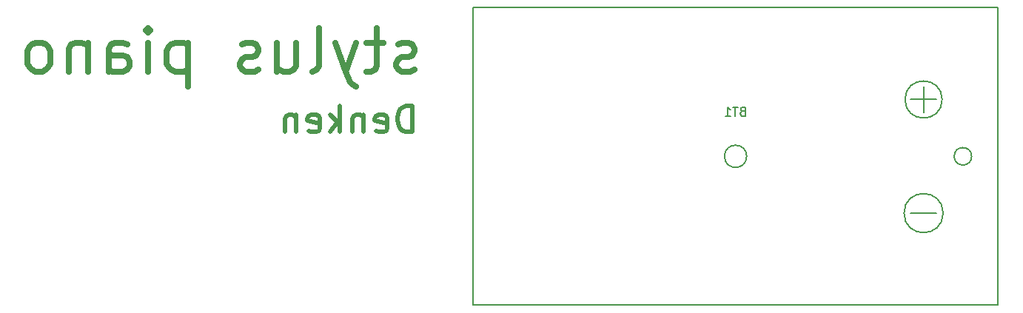
<source format=gbo>
G04 #@! TF.FileFunction,Legend,Bot*
%FSLAX46Y46*%
G04 Gerber Fmt 4.6, Leading zero omitted, Abs format (unit mm)*
G04 Created by KiCad (PCBNEW 4.0.1-stable) date 2016/10/28 19:38:33*
%MOMM*%
G01*
G04 APERTURE LIST*
%ADD10C,0.100000*%
%ADD11C,0.500000*%
%ADD12C,0.700000*%
%ADD13C,0.150000*%
G04 APERTURE END LIST*
D10*
D11*
X119785714Y-98357143D02*
X119785714Y-95357143D01*
X119071429Y-95357143D01*
X118642857Y-95500000D01*
X118357143Y-95785714D01*
X118214286Y-96071429D01*
X118071429Y-96642857D01*
X118071429Y-97071429D01*
X118214286Y-97642857D01*
X118357143Y-97928571D01*
X118642857Y-98214286D01*
X119071429Y-98357143D01*
X119785714Y-98357143D01*
X115642857Y-98214286D02*
X115928571Y-98357143D01*
X116500000Y-98357143D01*
X116785714Y-98214286D01*
X116928571Y-97928571D01*
X116928571Y-96785714D01*
X116785714Y-96500000D01*
X116500000Y-96357143D01*
X115928571Y-96357143D01*
X115642857Y-96500000D01*
X115500000Y-96785714D01*
X115500000Y-97071429D01*
X116928571Y-97357143D01*
X114214285Y-96357143D02*
X114214285Y-98357143D01*
X114214285Y-96642857D02*
X114071428Y-96500000D01*
X113785714Y-96357143D01*
X113357142Y-96357143D01*
X113071428Y-96500000D01*
X112928571Y-96785714D01*
X112928571Y-98357143D01*
X111499999Y-98357143D02*
X111499999Y-95357143D01*
X111214285Y-97214286D02*
X110357142Y-98357143D01*
X110357142Y-96357143D02*
X111499999Y-97500000D01*
X107928571Y-98214286D02*
X108214285Y-98357143D01*
X108785714Y-98357143D01*
X109071428Y-98214286D01*
X109214285Y-97928571D01*
X109214285Y-96785714D01*
X109071428Y-96500000D01*
X108785714Y-96357143D01*
X108214285Y-96357143D01*
X107928571Y-96500000D01*
X107785714Y-96785714D01*
X107785714Y-97071429D01*
X109214285Y-97357143D01*
X106499999Y-96357143D02*
X106499999Y-98357143D01*
X106499999Y-96642857D02*
X106357142Y-96500000D01*
X106071428Y-96357143D01*
X105642856Y-96357143D01*
X105357142Y-96500000D01*
X105214285Y-96785714D01*
X105214285Y-98357143D01*
D12*
X120042858Y-91223810D02*
X119566668Y-91461905D01*
X118614287Y-91461905D01*
X118138096Y-91223810D01*
X117900001Y-90747619D01*
X117900001Y-90509524D01*
X118138096Y-90033333D01*
X118614287Y-89795238D01*
X119328572Y-89795238D01*
X119804763Y-89557143D01*
X120042858Y-89080952D01*
X120042858Y-88842857D01*
X119804763Y-88366667D01*
X119328572Y-88128571D01*
X118614287Y-88128571D01*
X118138096Y-88366667D01*
X116471430Y-88128571D02*
X114566668Y-88128571D01*
X115757144Y-86461905D02*
X115757144Y-90747619D01*
X115519049Y-91223810D01*
X115042858Y-91461905D01*
X114566668Y-91461905D01*
X113376191Y-88128571D02*
X112185715Y-91461905D01*
X110995239Y-88128571D02*
X112185715Y-91461905D01*
X112661906Y-92652381D01*
X112900001Y-92890476D01*
X113376191Y-93128571D01*
X108376191Y-91461905D02*
X108852382Y-91223810D01*
X109090477Y-90747619D01*
X109090477Y-86461905D01*
X104328572Y-88128571D02*
X104328572Y-91461905D01*
X106471429Y-88128571D02*
X106471429Y-90747619D01*
X106233334Y-91223810D01*
X105757143Y-91461905D01*
X105042857Y-91461905D01*
X104566667Y-91223810D01*
X104328572Y-90985714D01*
X102185714Y-91223810D02*
X101709524Y-91461905D01*
X100757143Y-91461905D01*
X100280952Y-91223810D01*
X100042857Y-90747619D01*
X100042857Y-90509524D01*
X100280952Y-90033333D01*
X100757143Y-89795238D01*
X101471428Y-89795238D01*
X101947619Y-89557143D01*
X102185714Y-89080952D01*
X102185714Y-88842857D01*
X101947619Y-88366667D01*
X101471428Y-88128571D01*
X100757143Y-88128571D01*
X100280952Y-88366667D01*
X94090476Y-88128571D02*
X94090476Y-93128571D01*
X94090476Y-88366667D02*
X93614285Y-88128571D01*
X92661904Y-88128571D01*
X92185714Y-88366667D01*
X91947619Y-88604762D01*
X91709523Y-89080952D01*
X91709523Y-90509524D01*
X91947619Y-90985714D01*
X92185714Y-91223810D01*
X92661904Y-91461905D01*
X93614285Y-91461905D01*
X94090476Y-91223810D01*
X89566666Y-91461905D02*
X89566666Y-88128571D01*
X89566666Y-86461905D02*
X89804761Y-86700000D01*
X89566666Y-86938095D01*
X89328571Y-86700000D01*
X89566666Y-86461905D01*
X89566666Y-86938095D01*
X85042857Y-91461905D02*
X85042857Y-88842857D01*
X85280952Y-88366667D01*
X85757142Y-88128571D01*
X86709523Y-88128571D01*
X87185714Y-88366667D01*
X85042857Y-91223810D02*
X85519047Y-91461905D01*
X86709523Y-91461905D01*
X87185714Y-91223810D01*
X87423809Y-90747619D01*
X87423809Y-90271429D01*
X87185714Y-89795238D01*
X86709523Y-89557143D01*
X85519047Y-89557143D01*
X85042857Y-89319048D01*
X82661904Y-88128571D02*
X82661904Y-91461905D01*
X82661904Y-88604762D02*
X82423809Y-88366667D01*
X81947618Y-88128571D01*
X81233332Y-88128571D01*
X80757142Y-88366667D01*
X80519047Y-88842857D01*
X80519047Y-91461905D01*
X77423808Y-91461905D02*
X77899999Y-91223810D01*
X78138094Y-90985714D01*
X78376189Y-90509524D01*
X78376189Y-89080952D01*
X78138094Y-88604762D01*
X77899999Y-88366667D01*
X77423808Y-88128571D01*
X76709522Y-88128571D01*
X76233332Y-88366667D01*
X75995237Y-88604762D01*
X75757141Y-89080952D01*
X75757141Y-90509524D01*
X75995237Y-90985714D01*
X76233332Y-91223810D01*
X76709522Y-91461905D01*
X77423808Y-91461905D01*
D13*
X186755000Y-101130000D02*
X186755000Y-118130000D01*
X186755000Y-118130000D02*
X126755000Y-118130000D01*
X126755000Y-118130000D02*
X126755000Y-84130000D01*
X126755000Y-84130000D02*
X186755000Y-84130000D01*
X186755000Y-84130000D02*
X186755000Y-101130000D01*
X180376320Y-94630000D02*
G75*
G03X180376320Y-94630000I-2121320J0D01*
G01*
X180491068Y-107630000D02*
G75*
G03X180491068Y-107630000I-2236068J0D01*
G01*
X178255000Y-96130000D02*
X178255000Y-93130000D01*
X176755000Y-94630000D02*
X179755000Y-94630000D01*
X176755000Y-107630000D02*
X179755000Y-107630000D01*
X183755000Y-101130000D02*
G75*
G03X183755000Y-101130000I-1000000J0D01*
G01*
X158025000Y-101130000D02*
G75*
G03X158025000Y-101130000I-1270000J0D01*
G01*
X157540714Y-95978571D02*
X157397857Y-96026190D01*
X157350238Y-96073810D01*
X157302619Y-96169048D01*
X157302619Y-96311905D01*
X157350238Y-96407143D01*
X157397857Y-96454762D01*
X157493095Y-96502381D01*
X157874048Y-96502381D01*
X157874048Y-95502381D01*
X157540714Y-95502381D01*
X157445476Y-95550000D01*
X157397857Y-95597619D01*
X157350238Y-95692857D01*
X157350238Y-95788095D01*
X157397857Y-95883333D01*
X157445476Y-95930952D01*
X157540714Y-95978571D01*
X157874048Y-95978571D01*
X157016905Y-95502381D02*
X156445476Y-95502381D01*
X156731191Y-96502381D02*
X156731191Y-95502381D01*
X155588333Y-96502381D02*
X156159762Y-96502381D01*
X155874048Y-96502381D02*
X155874048Y-95502381D01*
X155969286Y-95645238D01*
X156064524Y-95740476D01*
X156159762Y-95788095D01*
M02*

</source>
